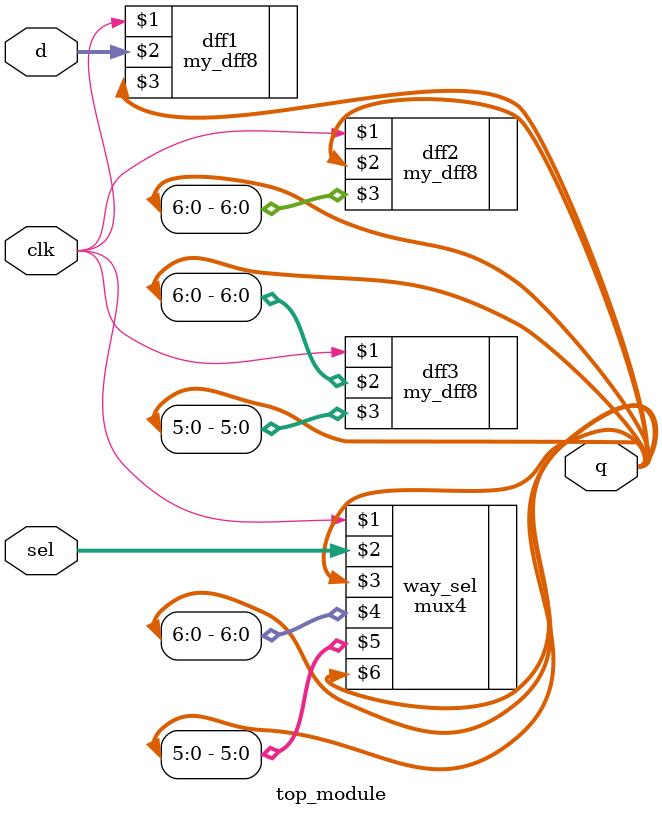
<source format=v>
module top_module ( 
    input clk, 
    input [7:0] d, 
    input [1:0] sel, 
    output [7:0] q 
);

    my_dff8 dff1 ( clk, d[7:0], q[7:0] );
    my_dff8 dff2 ( clk, q[7:0], q[6:0] );
    my_dff8 dff3 ( clk, q[6:0], q[5:0] );

    mux4 way_sel ( clk, sel, q[7:0], q[6:0], q[5:0], q );

endmodule
</source>
